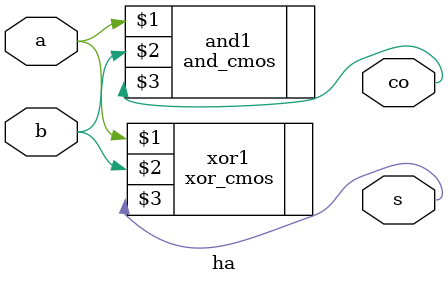
<source format=v>


module ha(
input a , b,
output co ,s 
);

// sum
xor_cmos xor1(a , b , s);
// carry
and_cmos and1(a , b , co);

endmodule

</source>
